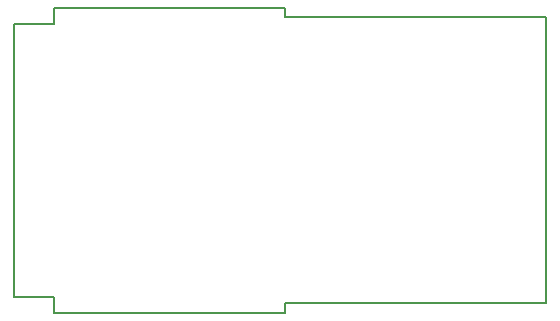
<source format=gko>
%FSLAX24Y24*%
%MOIN*%
G04 EasyPC Gerber Version 16.0.6 Build 3249 *
%ADD10C,0.00500*%
X0Y0D02*
D02*
D10*
X25Y5054D02*
X1344D01*
Y4522*
X9060*
Y4857*
X17761*
Y14365*
X9041*
Y14680*
X1344*
Y14148*
X25*
Y5054*
X0Y0D02*
M02*

</source>
